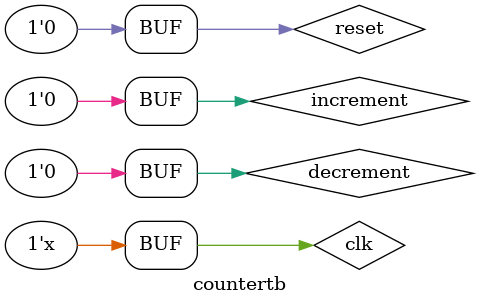
<source format=v>

module countertb(

    );
    reg clk = 0;
    reg reset = 0;
	reg increment = 0;
	reg decrement = 0;
	wire [7:0] current_count;
	
    counter C1(clk,reset,increment,decrement,current_count);
    
    always begin
        #5;
        clk = ~clk;
    end
    
    initial begin
        increment = 1;
        #40;
        increment = 0;
        decrement = 1;
        #30
        decrement = 0;
    end
endmodule

</source>
